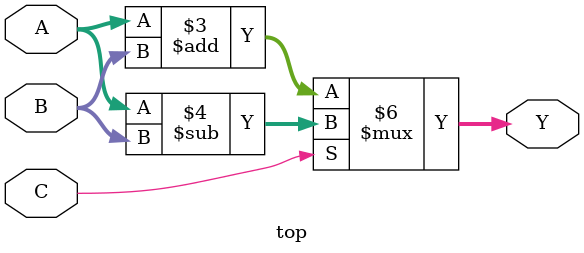
<source format=v>
module top (A, B, C, Y);

  // Data inputs
  input[3:0] A;
  input[3:0] B;

  // Control input
  input C;

  // Data output
  output[3:0] Y;
  reg[3:0] Y;

  always @(A or B or C or Y)
  begin
    if(C == 0)
      Y = A+B;
    else
      Y = A-B;
  end

endmodule

</source>
